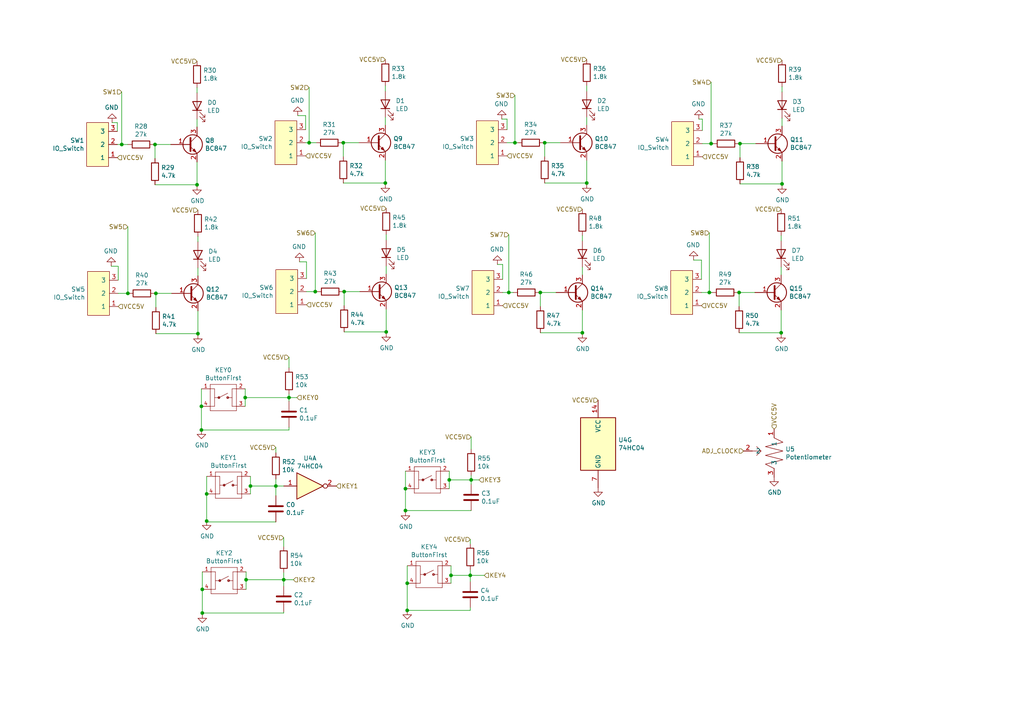
<source format=kicad_sch>
(kicad_sch (version 20211123) (generator eeschema)
  (paper "A4")
  (lib_symbols
    (symbol "74xx:74LS04"
      (property "Reference" "U" (at 0 1.27 0))
      (property "Value" "74LS04" (at 0 -1.27 0))
      (symbol "74LS04_1_0"
        (polyline (pts (xy -3.81 3.81) (xy -3.81 -3.81) (xy 3.81 0) (xy -3.81 3.81)) (stroke (width 0.254)) (fill (type background)))
        (pin input line (at -7.62 0 0) (length 3.81) (name "~") (number "1"))
        (pin output inverted (at 7.62 0 180) (length 3.81) (name "~") (number "2"))
      )
      (symbol "74LS04_2_0"
        (polyline (pts (xy -3.81 3.81) (xy -3.81 -3.81) (xy 3.81 0) (xy -3.81 3.81)) (stroke (width 0.254)) (fill (type background)))
        (pin input line (at -7.62 0 0) (length 3.81) (name "~") (number "3"))
        (pin output inverted (at 7.62 0 180) (length 3.81) (name "~") (number "4"))
      )
      (symbol "74LS04_3_0"
        (polyline (pts (xy -3.81 3.81) (xy -3.81 -3.81) (xy 3.81 0) (xy -3.81 3.81)) (stroke (width 0.254)) (fill (type background)))
        (pin input line (at -7.62 0 0) (length 3.81) (name "~") (number "5"))
        (pin output inverted (at 7.62 0 180) (length 3.81) (name "~") (number "6"))
      )
      (symbol "74LS04_4_0"
        (polyline (pts (xy -3.81 3.81) (xy -3.81 -3.81) (xy 3.81 0) (xy -3.81 3.81)) (stroke (width 0.254)) (fill (type background)))
        (pin output inverted (at 7.62 0 180) (length 3.81) (name "~") (number "8"))
        (pin input line (at -7.62 0 0) (length 3.81) (name "~") (number "9"))
      )
      (symbol "74LS04_5_0"
        (polyline (pts (xy -3.81 3.81) (xy -3.81 -3.81) (xy 3.81 0) (xy -3.81 3.81)) (stroke (width 0.254)) (fill (type background)))
        (pin output inverted (at 7.62 0 180) (length 3.81) (name "~") (number "10"))
        (pin input line (at -7.62 0 0) (length 3.81) (name "~") (number "11"))
      )
      (symbol "74LS04_6_0"
        (polyline (pts (xy -3.81 3.81) (xy -3.81 -3.81) (xy 3.81 0) (xy -3.81 3.81)) (stroke (width 0.254)) (fill (type background)))
        (pin output inverted (at 7.62 0 180) (length 3.81) (name "~") (number "12"))
        (pin input line (at -7.62 0 0) (length 3.81) (name "~") (number "13"))
      )
      (symbol "74LS04_7_0"
        (pin power_in line (at 0 12.7 270) (length 5.08) (name "VCC") (number "14"))
        (pin power_in line (at 0 -12.7 90) (length 5.08) (name "GND") (number "7"))
      )
      (symbol "74LS04_7_1"
        (rectangle (start -5.08 7.62) (end 5.08 -7.62) (stroke (width 0.254)) (fill (type background)))
      )
    )
    (symbol "Device:C" (pin_numbers hide) (pin_names (offset 0.254))
      (property "Reference" "C" (at 0.635 2.54 0))
      (property "Value" "C" (at 0.635 -2.54 0))
      (symbol "C_0_1"
        (polyline (pts (xy -2.032 -0.762) (xy 2.032 -0.762)) (stroke (width 0.508)))
        (polyline (pts (xy -2.032 0.762) (xy 2.032 0.762)) (stroke (width 0.508)))
      )
      (symbol "C_1_1"
        (pin passive line (at 0 3.81 270) (length 2.794) (name "~") (number "1"))
        (pin passive line (at 0 -3.81 90) (length 2.794) (name "~") (number "2"))
      )
    )
    (symbol "Device:LED" (pin_numbers hide) (pin_names (offset 1.016) hide)
      (property "Reference" "D" (at 0 2.54 0))
      (property "Value" "LED" (at 0 -2.54 0))
      (symbol "LED_0_1"
        (polyline (pts (xy -1.27 -1.27) (xy -1.27 1.27)) (stroke (width 0.254)))
        (polyline (pts (xy -1.27 0) (xy 1.27 0)))
        (polyline (pts (xy 1.27 -1.27) (xy 1.27 1.27) (xy -1.27 0) (xy 1.27 -1.27)) (stroke (width 0.254)))
        (polyline (pts (xy -3.048 -0.762) (xy -4.572 -2.286) (xy -3.81 -2.286) (xy -4.572 -2.286) (xy -4.572 -1.524)))
        (polyline (pts (xy -1.778 -0.762) (xy -3.302 -2.286) (xy -2.54 -2.286) (xy -3.302 -2.286) (xy -3.302 -1.524)))
      )
      (symbol "LED_1_1"
        (pin passive line (at -3.81 0 0) (length 2.54) (name "K") (number "1"))
        (pin passive line (at 3.81 0 180) (length 2.54) (name "A") (number "2"))
      )
    )
    (symbol "Device:R" (pin_numbers hide) (pin_names (offset 0))
      (property "Reference" "R" (at 2.032 0 90))
      (property "Value" "R" (at 0 0 90))
      (symbol "R_0_1"
        (rectangle (start -1.016 -2.54) (end 1.016 2.54) (stroke (width 0.254)))
      )
      (symbol "R_1_1"
        (pin passive line (at 0 3.81 270) (length 1.27) (name "~") (number "1"))
        (pin passive line (at 0 -3.81 90) (length 1.27) (name "~") (number "2"))
      )
    )
    (symbol "Transistor_BJT:BC847" (pin_names (offset 0) hide)
      (property "Reference" "Q" (at 5.08 1.905 0))
      (property "Value" "BC847" (at 5.08 0 0))
      (symbol "BC847_0_1"
        (polyline (pts (xy 0.635 0.635) (xy 2.54 2.54)))
        (polyline (pts (xy 0.635 -0.635) (xy 2.54 -2.54) (xy 2.54 -2.54)))
        (polyline (pts (xy 0.635 1.905) (xy 0.635 -1.905) (xy 0.635 -1.905)) (stroke (width 0.508)))
        (polyline (pts (xy 1.27 -1.778) (xy 1.778 -1.27) (xy 2.286 -2.286) (xy 1.27 -1.778) (xy 1.27 -1.778)) (fill (type outline)))
        (circle (center 1.27 0) (radius 2.8194) (stroke (width 0.254)))
      )
      (symbol "BC847_1_1"
        (pin input line (at -5.08 0 0) (length 5.715) (name "B") (number "1"))
        (pin passive line (at 2.54 -5.08 90) (length 2.54) (name "E") (number "2"))
        (pin passive line (at 2.54 5.08 270) (length 2.54) (name "C") (number "3"))
      )
    )
    (symbol "digitalSystemBoard:ButtonFirst" (pin_names (offset 1.016) hide)
      (property "Reference" "SW" (at -4.0894 4.0894 0))
      (property "Value" "ButtonFirst" (at -4.064 -5.334 0))
      (symbol "ButtonFirst_0_0"
        (circle (center -1.27 0) (radius 0.254) (stroke (width 0.2286)))
        (polyline (pts (xy -3.81 -3.81) (xy 3.81 -3.81)) (stroke (width 0.127)))
        (polyline (pts (xy -3.81 -2.54) (xy -3.81 -3.81)) (stroke (width 0.127)))
        (polyline (pts (xy -3.81 2.54) (xy -3.81 -2.54)) (stroke (width 0.127)))
        (polyline (pts (xy -3.81 2.54) (xy -2.54 2.54)) (stroke (width 0.127)))
        (polyline (pts (xy -3.81 3.81) (xy -3.81 2.54)) (stroke (width 0.127)))
        (polyline (pts (xy -3.81 3.81) (xy 3.81 3.81)) (stroke (width 0.127)))
        (polyline (pts (xy -2.54 -2.54) (xy -3.81 -2.54)) (stroke (width 0.127)))
        (polyline (pts (xy -2.54 0) (xy -1.27 0)) (stroke (width 0.127)))
        (polyline (pts (xy -2.54 2.54) (xy -2.54 -2.54)) (stroke (width 0.127)))
        (polyline (pts (xy -1.27 0) (xy 1.27 1.27)) (stroke (width 0.127)))
        (polyline (pts (xy 1.27 0) (xy 2.54 0)) (stroke (width 0.127)))
        (polyline (pts (xy 2.54 -2.54) (xy 3.81 -2.54)) (stroke (width 0.127)))
        (polyline (pts (xy 2.54 2.54) (xy 2.54 -2.54)) (stroke (width 0.127)))
        (polyline (pts (xy 3.81 -2.54) (xy 3.81 -3.81)) (stroke (width 0.127)))
        (polyline (pts (xy 3.81 2.54) (xy 2.54 2.54)) (stroke (width 0.127)))
        (polyline (pts (xy 3.81 2.54) (xy 3.81 -2.54)) (stroke (width 0.127)))
        (polyline (pts (xy 3.81 3.81) (xy 3.81 2.54)) (stroke (width 0.127)))
        (circle (center 1.27 0) (radius 0.254) (stroke (width 0.2286)))
        (pin passive line (at -6.35 2.54 0) (length 2.54) (name "~") (number "1"))
        (pin passive line (at 6.35 2.54 180) (length 2.54) (name "e~{}") (number "2"))
        (pin passive line (at 6.35 -2.54 180) (length 2.54) (name "~") (number "3"))
        (pin passive line (at -6.35 -2.54 0) (length 2.54) (name "~") (number "4"))
      )
    )
    (symbol "digitalSystemBoard:IO_Switch" (pin_names (offset 1.016))
      (property "Reference" "U" (at 7.62 -3.81 0))
      (property "Value" "IO_Switch" (at 0 6.35 0))
      (symbol "IO_Switch_0_1"
        (rectangle (start -6.35 3.81) (end 6.35 -2.54) (fill (type background)))
      )
      (symbol "IO_Switch_1_1"
        (pin passive line (at -3.81 -5.08 90) (length 2.54) (name "1") (number "1"))
        (pin passive line (at 0 -5.08 90) (length 2.54) (name "2") (number "2"))
        (pin passive line (at 3.81 -5.08 90) (length 2.54) (name "3") (number "3"))
      )
    )
    (symbol "digitalSystemBoard:Potentiometer" (pin_names (offset 1.016))
      (property "Reference" "U" (at 7.62 -6.35 0))
      (property "Value" "Potentiometer" (at 0 6.35 0))
      (symbol "Potentiometer_0_1"
        (polyline (pts (xy -1.27 -3.81) (xy 0 -5.08)))
        (polyline (pts (xy -1.27 -6.35) (xy -1.27 -3.81) (xy -2.54 -5.08) (xy -1.27 -3.81)))
        (polyline (pts (xy -5.08 0) (xy -3.81 2.54) (xy -2.54 -2.54) (xy -1.27 2.54) (xy 0 -2.54) (xy 1.27 2.54) (xy 2.54 -2.54) (xy 3.81 0)))
      )
      (symbol "Potentiometer_1_1"
        (pin passive line (at -7.62 0 0) (length 2.54) (name "1") (number "1"))
        (pin passive line (at -1.27 -8.89 90) (length 2.54) (name "2") (number "2"))
        (pin passive line (at 6.35 0 180) (length 2.54) (name "3") (number "3"))
      )
    )
    (symbol "power:GND" (power) (pin_names (offset 0))
      (property "Value" "GND" (at 0 -3.81 0))
      (symbol "GND_0_1"
        (polyline (pts (xy 0 0) (xy 0 -1.27) (xy 1.27 -1.27) (xy 0 -2.54) (xy -1.27 -1.27) (xy 0 -1.27)))
      )
      (symbol "GND_1_1"
        (pin power_in line (at 0 0 270) (length 0) hide (name "GND") (number "1"))
      )
    )
  )
  (junction (at 80.01 140.97))
  (junction (at 91.44 84.582))
  (junction (at 147.574 84.836))
  (junction (at 118.11 177.038))
  (junction (at 206.248 41.656))
  (junction (at 57.15 53.594))
  (junction (at 99.568 41.402))
  (junction (at 130.302 139.192))
  (junction (at 118.11 169.164))
  (junction (at 35.306 41.91))
  (junction (at 83.82 115.316))
  (junction (at 89.662 41.402))
  (junction (at 168.91 96.52))
  (junction (at 45.212 85.09))
  (junction (at 205.74 84.836))
  (junction (at 156.718 84.836))
  (junction (at 157.988 41.402))
  (junction (at 44.958 41.91))
  (junction (at 170.18 53.086))
  (junction (at 58.674 170.942))
  (junction (at 58.674 177.8))
  (junction (at 99.822 84.582))
  (junction (at 117.602 148.082))
  (junction (at 112.014 96.266))
  (junction (at 214.376 84.836))
  (junction (at 226.822 53.34))
  (junction (at 58.42 124.714))
  (junction (at 149.352 41.402))
  (junction (at 57.404 96.774))
  (junction (at 71.12 115.316))
  (junction (at 130.81 166.878))
  (junction (at 226.568 96.52))
  (junction (at 37.084 85.09))
  (junction (at 82.296 168.148))
  (junction (at 72.644 140.97))
  (junction (at 111.76 53.086))
  (junction (at 58.42 117.856))
  (junction (at 71.374 168.148))
  (junction (at 59.944 143.256))
  (junction (at 136.398 166.878))
  (junction (at 136.652 139.192))
  (junction (at 117.602 141.732))
  (junction (at 59.944 151.13))
  (junction (at 214.63 41.656))
  (wire (pts (xy 89.662 25.4) (xy 89.662 41.402)))
  (wire (pts (xy 226.568 96.52) (xy 226.568 96.774)))
  (wire (pts (xy 136.652 139.192) (xy 130.302 139.192)))
  (wire (pts (xy 136.398 166.878) (xy 136.398 168.656)))
  (wire (pts (xy 140.462 166.878) (xy 136.398 166.878)))
  (wire (pts (xy 35.306 26.67) (xy 35.306 41.91)))
  (wire (pts (xy 138.938 139.192) (xy 136.652 139.192)))
  (wire (pts (xy 214.376 41.656) (xy 214.63 41.656)))
  (wire (pts (xy 44.958 41.91) (xy 49.53 41.91)))
  (wire (pts (xy 203.454 75.438) (xy 201.168 75.438)))
  (wire (pts (xy 99.568 45.466) (xy 99.568 41.402)))
  (wire (pts (xy 203.708 41.656) (xy 206.248 41.656)))
  (wire (pts (xy 130.81 166.878) (xy 130.81 164.084)))
  (wire (pts (xy 99.568 53.086) (xy 111.76 53.086)))
  (wire (pts (xy 118.11 169.164) (xy 118.11 177.038)))
  (wire (pts (xy 226.822 26.67) (xy 226.822 25.146)))
  (wire (pts (xy 214.376 96.52) (xy 226.568 96.52)))
  (wire (pts (xy 226.822 36.576) (xy 226.822 34.29)))
  (wire (pts (xy 91.44 84.582) (xy 91.948 84.582)))
  (wire (pts (xy 203.454 84.836) (xy 205.74 84.836)))
  (wire (pts (xy 34.29 81.28) (xy 34.29 77.216)))
  (wire (pts (xy 34.29 85.09) (xy 37.084 85.09)))
  (wire (pts (xy 147.574 84.836) (xy 148.844 84.836)))
  (wire (pts (xy 111.76 53.086) (xy 111.76 53.34)))
  (wire (pts (xy 58.42 112.776) (xy 58.42 117.856)))
  (wire (pts (xy 82.296 177.546) (xy 82.296 177.8)))
  (wire (pts (xy 226.822 53.34) (xy 226.822 53.594)))
  (wire (pts (xy 88.9 80.772) (xy 88.9 75.946)))
  (wire (pts (xy 111.76 36.322) (xy 111.76 34.036)))
  (wire (pts (xy 44.958 45.974) (xy 44.958 41.91)))
  (wire (pts (xy 170.18 26.416) (xy 170.18 24.892)))
  (wire (pts (xy 88.646 41.402) (xy 89.662 41.402)))
  (wire (pts (xy 86.106 115.316) (xy 83.82 115.316)))
  (wire (pts (xy 147.066 41.402) (xy 149.352 41.402)))
  (wire (pts (xy 59.944 151.384) (xy 59.944 151.13)))
  (wire (pts (xy 130.81 169.164) (xy 130.81 166.878)))
  (wire (pts (xy 145.796 81.026) (xy 145.796 76.708)))
  (wire (pts (xy 88.9 75.946) (xy 86.868 75.946)))
  (wire (pts (xy 71.374 165.862) (xy 71.374 168.148)))
  (wire (pts (xy 205.74 84.836) (xy 206.502 84.836)))
  (wire (pts (xy 130.302 141.732) (xy 130.302 139.192)))
  (wire (pts (xy 85.09 168.148) (xy 82.296 168.148)))
  (wire (pts (xy 112.014 79.502) (xy 112.014 77.216)))
  (wire (pts (xy 83.82 124.714) (xy 83.82 123.952)))
  (wire (pts (xy 157.988 53.086) (xy 170.18 53.086)))
  (wire (pts (xy 168.91 79.756) (xy 168.91 77.47)))
  (wire (pts (xy 83.82 115.316) (xy 83.82 116.332)))
  (wire (pts (xy 71.12 112.776) (xy 71.12 115.316)))
  (wire (pts (xy 58.674 177.8) (xy 58.674 178.054)))
  (wire (pts (xy 156.718 84.836) (xy 161.29 84.836)))
  (wire (pts (xy 226.568 69.85) (xy 226.568 68.326)))
  (wire (pts (xy 58.674 165.862) (xy 58.674 170.942)))
  (wire (pts (xy 72.644 140.97) (xy 72.644 138.176)))
  (wire (pts (xy 147.066 34.544) (xy 145.542 34.544)))
  (wire (pts (xy 136.398 166.878) (xy 130.81 166.878)))
  (wire (pts (xy 59.944 151.13) (xy 59.944 143.256)))
  (wire (pts (xy 58.42 124.714) (xy 83.82 124.714)))
  (wire (pts (xy 112.014 96.266) (xy 112.014 96.52)))
  (wire (pts (xy 214.63 41.656) (xy 219.202 41.656)))
  (wire (pts (xy 32.512 35.56) (xy 34.036 35.56)))
  (wire (pts (xy 89.662 41.402) (xy 91.694 41.402)))
  (wire (pts (xy 37.084 65.786) (xy 37.084 85.09)))
  (wire (pts (xy 157.734 41.402) (xy 157.988 41.402)))
  (wire (pts (xy 214.63 45.72) (xy 214.63 41.656)))
  (wire (pts (xy 35.306 41.91) (xy 37.084 41.91)))
  (wire (pts (xy 156.718 88.9) (xy 156.718 84.836)))
  (wire (pts (xy 156.718 96.52) (xy 168.91 96.52)))
  (wire (pts (xy 82.296 140.97) (xy 80.01 140.97)))
  (wire (pts (xy 99.822 88.646) (xy 99.822 84.582)))
  (wire (pts (xy 83.82 115.316) (xy 71.12 115.316)))
  (wire (pts (xy 80.01 151.384) (xy 59.944 151.384)))
  (wire (pts (xy 72.644 143.256) (xy 72.644 140.97)))
  (wire (pts (xy 205.74 67.564) (xy 205.74 84.836)))
  (wire (pts (xy 214.122 84.836) (xy 214.376 84.836)))
  (wire (pts (xy 80.01 140.97) (xy 80.01 143.764)))
  (wire (pts (xy 82.296 168.148) (xy 82.296 169.926)))
  (wire (pts (xy 111.76 26.416) (xy 111.76 24.892)))
  (wire (pts (xy 136.398 176.276) (xy 136.398 177.038)))
  (wire (pts (xy 136.398 165.354) (xy 136.398 166.878)))
  (wire (pts (xy 83.82 106.68) (xy 83.82 103.632)))
  (wire (pts (xy 168.91 69.85) (xy 168.91 68.326)))
  (wire (pts (xy 136.652 130.302) (xy 136.652 126.746)))
  (wire (pts (xy 57.404 96.774) (xy 57.404 97.028)))
  (wire (pts (xy 58.42 124.714) (xy 58.42 117.856)))
  (wire (pts (xy 130.302 139.192) (xy 130.302 136.652)))
  (wire (pts (xy 82.296 158.496) (xy 82.296 155.956)))
  (wire (pts (xy 91.44 67.564) (xy 91.44 84.582)))
  (wire (pts (xy 226.568 79.756) (xy 226.568 77.47)))
  (wire (pts (xy 170.18 36.322) (xy 170.18 34.036)))
  (wire (pts (xy 82.296 166.116) (xy 82.296 168.148)))
  (wire (pts (xy 44.958 85.09) (xy 45.212 85.09)))
  (wire (pts (xy 168.91 96.52) (xy 168.91 96.774)))
  (wire (pts (xy 57.15 53.594) (xy 57.15 53.848)))
  (wire (pts (xy 58.674 170.942) (xy 58.674 177.8)))
  (wire (pts (xy 170.18 53.086) (xy 170.18 53.34)))
  (wire (pts (xy 57.404 90.17) (xy 57.404 96.774)))
  (wire (pts (xy 99.822 84.582) (xy 104.394 84.582)))
  (wire (pts (xy 111.76 46.482) (xy 111.76 53.086)))
  (wire (pts (xy 206.248 23.876) (xy 206.248 41.656)))
  (wire (pts (xy 37.084 85.09) (xy 37.338 85.09)))
  (wire (pts (xy 117.602 136.652) (xy 117.602 141.732)))
  (wire (pts (xy 44.704 41.91) (xy 44.958 41.91)))
  (wire (pts (xy 226.822 46.736) (xy 226.822 53.34)))
  (wire (pts (xy 203.454 81.026) (xy 203.454 75.438)))
  (wire (pts (xy 88.9 84.582) (xy 91.44 84.582)))
  (wire (pts (xy 136.398 157.734) (xy 136.398 156.464)))
  (wire (pts (xy 117.602 148.082) (xy 117.602 141.732)))
  (wire (pts (xy 99.314 41.402) (xy 99.568 41.402)))
  (wire (pts (xy 82.296 177.8) (xy 58.674 177.8)))
  (wire (pts (xy 82.296 168.148) (xy 71.374 168.148)))
  (wire (pts (xy 214.376 88.9) (xy 214.376 84.836)))
  (wire (pts (xy 149.352 27.686) (xy 149.352 41.402)))
  (wire (pts (xy 80.01 140.97) (xy 72.644 140.97)))
  (wire (pts (xy 136.398 177.038) (xy 118.11 177.038)))
  (wire (pts (xy 34.036 41.91) (xy 35.306 41.91)))
  (wire (pts (xy 45.212 89.154) (xy 45.212 85.09)))
  (wire (pts (xy 112.014 69.596) (xy 112.014 68.072)))
  (wire (pts (xy 157.988 41.402) (xy 162.56 41.402)))
  (wire (pts (xy 203.708 37.846) (xy 203.708 34.544)))
  (wire (pts (xy 136.652 137.922) (xy 136.652 139.192)))
  (wire (pts (xy 145.796 76.708) (xy 144.272 76.708)))
  (wire (pts (xy 147.066 37.592) (xy 147.066 34.544)))
  (wire (pts (xy 83.82 114.3) (xy 83.82 115.316)))
  (wire (pts (xy 203.708 34.544) (xy 202.692 34.544)))
  (wire (pts (xy 45.212 85.09) (xy 49.784 85.09)))
  (wire (pts (xy 214.376 84.836) (xy 218.948 84.836)))
  (wire (pts (xy 168.91 89.916) (xy 168.91 96.52)))
  (wire (pts (xy 57.15 36.83) (xy 57.15 34.544)))
  (wire (pts (xy 136.652 139.192) (xy 136.652 140.462)))
  (wire (pts (xy 80.01 138.938) (xy 80.01 140.97)))
  (wire (pts (xy 117.602 148.336) (xy 117.602 148.082)))
  (wire (pts (xy 226.568 89.916) (xy 226.568 96.52)))
  (wire (pts (xy 59.944 143.256) (xy 59.944 138.176)))
  (wire (pts (xy 99.568 41.402) (xy 104.14 41.402)))
  (wire (pts (xy 99.568 84.582) (xy 99.822 84.582)))
  (wire (pts (xy 136.652 148.082) (xy 117.602 148.082)))
  (wire (pts (xy 86.36 33.528) (xy 88.646 33.528)))
  (wire (pts (xy 157.988 45.466) (xy 157.988 41.402)))
  (wire (pts (xy 149.352 41.402) (xy 150.114 41.402)))
  (wire (pts (xy 118.11 169.164) (xy 118.11 164.084)))
  (wire (pts (xy 57.404 80.01) (xy 57.404 77.724)))
  (wire (pts (xy 147.574 68.072) (xy 147.574 84.836)))
  (wire (pts (xy 57.15 46.99) (xy 57.15 53.594)))
  (wire (pts (xy 214.63 53.34) (xy 226.822 53.34)))
  (wire (pts (xy 145.796 84.836) (xy 147.574 84.836)))
  (wire (pts (xy 206.248 41.656) (xy 206.756 41.656)))
  (wire (pts (xy 57.15 26.924) (xy 57.15 25.4)))
  (wire (pts (xy 170.18 46.482) (xy 170.18 53.086)))
  (wire (pts (xy 34.036 35.56) (xy 34.036 38.1)))
  (wire (pts (xy 80.01 131.318) (xy 80.01 129.794)))
  (wire (pts (xy 88.646 33.528) (xy 88.646 37.592)))
  (wire (pts (xy 112.014 89.662) (xy 112.014 96.266)))
  (wire (pts (xy 71.12 115.316) (xy 71.12 117.856)))
  (wire (pts (xy 44.958 53.594) (xy 57.15 53.594)))
  (wire (pts (xy 57.404 70.104) (xy 57.404 68.58)))
  (wire (pts (xy 71.374 168.148) (xy 71.374 170.942)))
  (wire (pts (xy 99.822 96.266) (xy 112.014 96.266)))
  (wire (pts (xy 156.464 84.836) (xy 156.718 84.836)))
  (wire (pts (xy 34.29 77.216) (xy 32.258 77.216)))
  (wire (pts (xy 45.212 96.774) (xy 57.404 96.774)))
  (hierarchical_label "SW4" (shape input) (at 206.248 23.876 180))
  (hierarchical_label "SW8" (shape input) (at 205.74 67.564 180))
  (hierarchical_label "KEY3" (shape input) (at 138.938 139.192 0))
  (hierarchical_label "VCC5V" (shape input) (at 82.296 155.956 180))
  (hierarchical_label "VCC5V" (shape input) (at 88.9 88.392 0))
  (hierarchical_label "VCC5V" (shape input) (at 224.536 124.46 90))
  (hierarchical_label "SW7" (shape input) (at 147.574 68.072 180))
  (hierarchical_label "KEY1" (shape input) (at 97.536 140.97 0))
  (hierarchical_label "VCC5V" (shape input) (at 34.29 88.9 0))
  (hierarchical_label "VCC5V" (shape input) (at 168.91 60.706 180))
  (hierarchical_label "VCC5V" (shape input) (at 57.15 17.78 180))
  (hierarchical_label "SW1" (shape input) (at 35.306 26.67 180))
  (hierarchical_label "VCC5V" (shape input) (at 226.568 60.706 180))
  (hierarchical_label "VCC5V" (shape input) (at 57.404 60.96 180))
  (hierarchical_label "SW2" (shape input) (at 89.662 25.4 180))
  (hierarchical_label "VCC5V" (shape input) (at 136.398 156.464 180))
  (hierarchical_label "VCC5V" (shape input) (at 203.454 88.646 0))
  (hierarchical_label "VCC5V" (shape input) (at 145.796 88.646 0))
  (hierarchical_label "VCC5V" (shape input) (at 136.652 126.746 180))
  (hierarchical_label "VCC5V" (shape input) (at 83.82 103.632 180))
  (hierarchical_label "VCC5V" (shape input) (at 226.822 17.526 180))
  (hierarchical_label "SW5" (shape input) (at 37.084 65.786 180))
  (hierarchical_label "VCC5V" (shape input) (at 111.76 17.272 180))
  (hierarchical_label "SW3" (shape input) (at 149.352 27.686 180))
  (hierarchical_label "KEY4" (shape input) (at 140.462 166.878 0))
  (hierarchical_label "VCC5V" (shape input) (at 88.646 45.212 0))
  (hierarchical_label "VCC5V" (shape input) (at 203.708 45.466 0))
  (hierarchical_label "KEY0" (shape input) (at 86.106 115.316 0))
  (hierarchical_label "VCC5V" (shape input) (at 80.01 129.794 180))
  (hierarchical_label "VCC5V" (shape input) (at 170.18 17.272 180))
  (hierarchical_label "VCC5V" (shape input) (at 147.066 45.212 0))
  (hierarchical_label "VCC5V" (shape input) (at 173.482 116.078 180))
  (hierarchical_label "ADJ_CLOCK" (shape input) (at 215.646 130.81 180))
  (hierarchical_label "VCC5V" (shape input) (at 34.036 45.72 0))
  (hierarchical_label "SW6" (shape input) (at 91.44 67.564 180))
  (hierarchical_label "VCC5V" (shape input) (at 112.014 60.452 180))
  (hierarchical_label "KEY2" (shape input) (at 85.09 168.148 0))
  (symbol (lib_id "digitalSystemBoard:IO_Switch") (at 28.956 41.91 90) (unit 1)
    (property "Reference" "SW1" (at 24.4602 40.7416 90) (effects (justify left)))
    (property "Value" "IO_Switch" (at 24.4602 43.053 90) (effects (justify left)))
    (property "Footprint" "digitalSystemBoard:SS-12F44G5" (effects hide))
  )
  (symbol (lib_id "Device:R") (at 40.894 41.91 270) (unit 1)
    (property "Reference" "R28" (at 40.894 36.6522 90))
    (property "Value" "27k" (at 40.894 38.9636 90))
    (property "Footprint" "Resistor_SMD:R_0603_1608Metric" (effects hide))
    (property "LCSC" "C25589" (effects hide))
  )
  (symbol (lib_id "Transistor_BJT:BC847") (at 54.61 41.91 0) (unit 1)
    (property "Reference" "Q8" (at 59.4614 40.7416 0) (effects (justify left)))
    (property "Value" "BC847" (at 59.4614 43.053 0) (effects (justify left)))
    (property "Footprint" "digitalSystemBoard:SO65P210X100-3N" (effects hide))
    (property "Datasheet" "http://www.infineon.com/dgdl/Infineon-BC847SERIES_BC848SERIES_BC849SERIES_BC850SERIES-DS-v01_01-en.pdf?fileId=db3a304314dca389011541d4630a1657" (effects hide))
    (property "LCSC" "C8659" (effects hide))
  )
  (symbol (lib_id "Device:LED") (at 57.15 30.734 90) (unit 1)
    (property "Reference" "D0" (at 60.1472 29.7434 90) (effects (justify right)))
    (property "Value" "LED" (at 60.1472 32.0548 90) (effects (justify right)))
    (property "Footprint" "LED_SMD:LED_0603_1608Metric" (effects hide))
    (property "LCSC" "C72043" (effects hide))
  )
  (symbol (lib_id "Device:R") (at 57.15 21.59 0) (unit 1)
    (property "Reference" "R30" (at 58.928 20.4216 0) (effects (justify left)))
    (property "Value" "1.8k" (at 58.928 22.733 0) (effects (justify left)))
    (property "Footprint" "Resistor_SMD:R_0603_1608Metric" (effects hide))
    (property "LCSC" "C103360" (effects hide))
  )
  (symbol (lib_id "power:GND") (at 57.15 53.848 0) (unit 1)
    (property "Reference" "#PWR0142" (effects hide))
    (property "Value" "GND" (at 57.277 58.2422 0))
  )
  (symbol (lib_id "Device:C") (at 83.82 120.142 0) (unit 1)
    (property "Reference" "C1" (at 86.741 118.9736 0) (effects (justify left)))
    (property "Value" "0.1uF" (at 86.741 121.285 0) (effects (justify left)))
    (property "Footprint" "Capacitor_SMD:C_0603_1608Metric" (effects hide))
    (property "LCSC" "C14663" (effects hide))
  )
  (symbol (lib_id "Device:C") (at 80.01 147.574 0) (unit 1)
    (property "Reference" "C0" (at 82.931 146.4056 0) (effects (justify left)))
    (property "Value" "0.1uF" (at 82.931 148.717 0) (effects (justify left)))
    (property "Footprint" "Capacitor_SMD:C_0603_1608Metric" (effects hide))
    (property "LCSC" "C14663" (effects hide))
  )
  (symbol (lib_id "digitalSystemBoard:ButtonFirst") (at 66.294 140.716 0) (unit 1)
    (property "Reference" "KEY1" (at 66.294 132.715 0))
    (property "Value" "ButtonFirst" (at 66.294 135.0264 0))
    (property "Footprint" "digitalSystemBoard:Button" (effects hide))
    (property "Datasheet" "4-1437565-9" (effects hide))
    (property "Field4" "50 mA" (effects hide))
    (property "Field5" "Single Pole - Single Throw" (effects hide))
    (property "Field6" "Compliant" (effects hide))
  )
  (symbol (lib_id "Device:R") (at 80.01 135.128 180) (unit 1)
    (property "Reference" "R52" (at 81.788 133.9596 0) (effects (justify right)))
    (property "Value" "10k" (at 81.788 136.271 0) (effects (justify right)))
    (property "Footprint" "Resistor_SMD:R_0603_1608Metric" (effects hide))
    (property "LCSC" "C98220" (effects hide))
  )
  (symbol (lib_id "power:GND") (at 59.944 151.13 0) (unit 1)
    (property "Reference" "#PWR0153" (effects hide))
    (property "Value" "GND" (at 60.071 155.5242 0))
  )
  (symbol (lib_id "74xx:74LS04") (at 89.916 140.97 0) (unit 1)
    (property "Reference" "U4" (at 89.916 132.9182 0))
    (property "Value" "74HC04" (at 89.916 135.2296 0))
    (property "Footprint" "Package_SO:SOIC-14_3.9x8.7mm_P1.27mm" (effects hide))
    (property "Datasheet" "http://www.ti.com/lit/gpn/sn74LS04" (effects hide))
    (property "LCSC" "C5590" (effects hide))
  )
  (symbol (lib_id "digitalSystemBoard:ButtonFirst") (at 65.024 168.402 0) (unit 1)
    (property "Reference" "KEY2" (at 65.024 160.401 0))
    (property "Value" "ButtonFirst" (at 65.024 162.7124 0))
    (property "Footprint" "digitalSystemBoard:Button" (effects hide))
    (property "Datasheet" "4-1437565-9" (effects hide))
    (property "Field4" "50 mA" (effects hide))
    (property "Field5" "Single Pole - Single Throw" (effects hide))
    (property "Field6" "Compliant" (effects hide))
  )
  (symbol (lib_id "Device:R") (at 82.296 162.306 180) (unit 1)
    (property "Reference" "R54" (at 84.074 161.1376 0) (effects (justify right)))
    (property "Value" "10k" (at 84.074 163.449 0) (effects (justify right)))
    (property "Footprint" "Resistor_SMD:R_0603_1608Metric" (effects hide))
    (property "LCSC" "C98220" (effects hide))
  )
  (symbol (lib_id "Device:C") (at 82.296 173.736 0) (unit 1)
    (property "Reference" "C2" (at 85.217 172.5676 0) (effects (justify left)))
    (property "Value" "0.1uF" (at 85.217 174.879 0) (effects (justify left)))
    (property "Footprint" "Capacitor_SMD:C_0603_1608Metric" (effects hide))
    (property "LCSC" "C14663" (effects hide))
  )
  (symbol (lib_id "Device:C") (at 136.652 144.272 180) (unit 1)
    (property "Reference" "C3" (at 139.573 143.1036 0) (effects (justify right)))
    (property "Value" "0.1uF" (at 139.573 145.415 0) (effects (justify right)))
    (property "Footprint" "Capacitor_SMD:C_0603_1608Metric" (effects hide))
    (property "LCSC" "C14663" (effects hide))
  )
  (symbol (lib_id "Device:C") (at 136.398 172.466 0) (unit 1)
    (property "Reference" "C4" (at 139.319 171.2976 0) (effects (justify left)))
    (property "Value" "0.1uF" (at 139.319 173.609 0) (effects (justify left)))
    (property "Footprint" "Capacitor_SMD:C_0603_1608Metric" (effects hide))
    (property "LCSC" "C14663" (effects hide))
  )
  (symbol (lib_id "Device:R") (at 136.398 161.544 180) (unit 1)
    (property "Reference" "R56" (at 138.176 160.3756 0) (effects (justify right)))
    (property "Value" "10k" (at 138.176 162.687 0) (effects (justify right)))
    (property "Footprint" "Resistor_SMD:R_0603_1608Metric" (effects hide))
    (property "LCSC" "C98220" (effects hide))
  )
  (symbol (lib_id "digitalSystemBoard:ButtonFirst") (at 124.46 166.624 0) (unit 1)
    (property "Reference" "KEY4" (at 124.46 158.623 0))
    (property "Value" "ButtonFirst" (at 124.46 160.9344 0))
    (property "Footprint" "digitalSystemBoard:Button" (effects hide))
    (property "Datasheet" "4-1437565-9" (effects hide))
    (property "Field4" "50 mA" (effects hide))
    (property "Field5" "Single Pole - Single Throw" (effects hide))
    (property "Field6" "Compliant" (effects hide))
  )
  (symbol (lib_id "Device:R") (at 136.652 134.112 180) (unit 1)
    (property "Reference" "R55" (at 138.43 132.9436 0) (effects (justify right)))
    (property "Value" "10k" (at 138.43 135.255 0) (effects (justify right)))
    (property "Footprint" "Resistor_SMD:R_0603_1608Metric" (effects hide))
    (property "LCSC" "C98220" (effects hide))
  )
  (symbol (lib_id "digitalSystemBoard:ButtonFirst") (at 123.952 139.192 0) (unit 1)
    (property "Reference" "KEY3" (at 123.952 131.191 0))
    (property "Value" "ButtonFirst" (at 123.952 133.5024 0))
    (property "Footprint" "digitalSystemBoard:Button" (effects hide))
    (property "Datasheet" "4-1437565-9" (effects hide))
    (property "Field4" "50 mA" (effects hide))
    (property "Field5" "Single Pole - Single Throw" (effects hide))
    (property "Field6" "Compliant" (effects hide))
  )
  (symbol (lib_id "power:GND") (at 58.42 124.714 0) (unit 1)
    (property "Reference" "#PWR0150" (effects hide))
    (property "Value" "GND" (at 58.547 129.1082 0))
  )
  (symbol (lib_id "Device:R") (at 83.82 110.49 180) (unit 1)
    (property "Reference" "R53" (at 85.598 109.3216 0) (effects (justify right)))
    (property "Value" "10k" (at 85.598 111.633 0) (effects (justify right)))
    (property "Footprint" "Resistor_SMD:R_0603_1608Metric" (effects hide))
    (property "LCSC" "C98220" (effects hide))
  )
  (symbol (lib_id "digitalSystemBoard:ButtonFirst") (at 64.77 115.316 0) (unit 1)
    (property "Reference" "KEY0" (at 64.77 107.315 0))
    (property "Value" "ButtonFirst" (at 64.77 109.6264 0))
    (property "Footprint" "digitalSystemBoard:Button" (effects hide))
    (property "Datasheet" "4-1437565-9" (effects hide))
    (property "Field4" "50 mA" (effects hide))
    (property "Field5" "Single Pole - Single Throw" (effects hide))
    (property "Field6" "Compliant" (effects hide))
  )
  (symbol (lib_id "power:GND") (at 58.674 178.054 0) (unit 1)
    (property "Reference" "#PWR0154" (effects hide))
    (property "Value" "GND" (at 58.801 182.4482 0))
  )
  (symbol (lib_id "power:GND") (at 117.602 148.336 0) (unit 1)
    (property "Reference" "#PWR0155" (effects hide))
    (property "Value" "GND" (at 117.729 152.7302 0))
  )
  (symbol (lib_id "power:GND") (at 118.11 177.038 0) (unit 1)
    (property "Reference" "#PWR0156" (effects hide))
    (property "Value" "GND" (at 118.237 181.4322 0))
  )
  (symbol (lib_id "74xx:74LS04") (at 173.482 128.778 0) (unit 7)
    (property "Reference" "U4" (at 179.324 127.6096 0) (effects (justify left)))
    (property "Value" "74HC04" (at 179.324 129.921 0) (effects (justify left)))
    (property "Footprint" "Package_SO:SOIC-14_3.9x8.7mm_P1.27mm" (effects hide))
    (property "Datasheet" "http://www.ti.com/lit/gpn/sn74LS04" (effects hide))
    (property "LCSC" "C5590" (effects hide))
  )
  (symbol (lib_id "power:GND") (at 173.482 141.478 0) (unit 1)
    (property "Reference" "#PWR0152" (effects hide))
    (property "Value" "GND" (at 173.609 145.8722 0))
  )
  (symbol (lib_id "digitalSystemBoard:Potentiometer") (at 224.536 132.08 270) (unit 1)
    (property "Reference" "U5" (at 227.7872 130.2766 90) (effects (justify left)))
    (property "Value" "Potentiometer" (at 227.7872 132.588 90) (effects (justify left)))
    (property "Footprint" "digitalSystemBoard:RV09S" (effects hide))
  )
  (symbol (lib_id "power:GND") (at 224.536 138.43 0) (unit 1)
    (property "Reference" "#PWR0151" (effects hide))
    (property "Value" "GND" (at 224.663 142.8242 0))
  )
  (symbol (lib_id "power:GND") (at 32.512 35.56 180) (unit 1)
    (property "Reference" "#PWR0158" (effects hide))
    (property "Value" "GND" (at 32.385 31.1658 0))
  )
  (symbol (lib_id "Device:R") (at 44.958 49.784 180) (unit 1)
    (property "Reference" "R29" (at 46.736 48.6156 0) (effects (justify right)))
    (property "Value" "4.7k" (at 46.736 50.927 0) (effects (justify right)))
    (property "Footprint" "Resistor_SMD:R_0603_1608Metric" (effects hide))
    (property "LCSC" "C23162" (effects hide))
  )
  (symbol (lib_id "power:GND") (at 86.36 33.528 180) (unit 1)
    (property "Reference" "#PWR0159" (effects hide))
    (property "Value" "GND" (at 86.233 29.1338 0))
  )
  (symbol (lib_id "power:GND") (at 145.542 34.544 180) (unit 1)
    (property "Reference" "#PWR0160" (effects hide))
    (property "Value" "GND" (at 145.415 30.1498 0))
  )
  (symbol (lib_id "power:GND") (at 202.692 34.544 180) (unit 1)
    (property "Reference" "#PWR0161" (effects hide))
    (property "Value" "GND" (at 202.565 30.1498 0))
  )
  (symbol (lib_id "Device:R") (at 95.504 41.402 270) (unit 1)
    (property "Reference" "R31" (at 95.504 36.1442 90))
    (property "Value" "27k" (at 95.504 38.4556 90))
    (property "Footprint" "Resistor_SMD:R_0603_1608Metric" (effects hide))
    (property "LCSC" "C25589" (effects hide))
  )
  (symbol (lib_id "Transistor_BJT:BC847") (at 109.22 41.402 0) (unit 1)
    (property "Reference" "Q9" (at 114.0714 40.2336 0) (effects (justify left)))
    (property "Value" "BC847" (at 114.0714 42.545 0) (effects (justify left)))
    (property "Footprint" "digitalSystemBoard:SO65P210X100-3N" (effects hide))
    (property "Datasheet" "http://www.infineon.com/dgdl/Infineon-BC847SERIES_BC848SERIES_BC849SERIES_BC850SERIES-DS-v01_01-en.pdf?fileId=db3a304314dca389011541d4630a1657" (effects hide))
    (property "LCSC" "C8659" (effects hide))
  )
  (symbol (lib_id "Device:LED") (at 111.76 30.226 90) (unit 1)
    (property "Reference" "D1" (at 114.7572 29.2354 90) (effects (justify right)))
    (property "Value" "LED" (at 114.7572 31.5468 90) (effects (justify right)))
    (property "Footprint" "LED_SMD:LED_0603_1608Metric" (effects hide))
    (property "LCSC" "C72043" (effects hide))
  )
  (symbol (lib_id "Device:R") (at 111.76 21.082 0) (unit 1)
    (property "Reference" "R33" (at 113.538 19.9136 0) (effects (justify left)))
    (property "Value" "1.8k" (at 113.538 22.225 0) (effects (justify left)))
    (property "Footprint" "Resistor_SMD:R_0603_1608Metric" (effects hide))
    (property "LCSC" "C103360" (effects hide))
  )
  (symbol (lib_id "power:GND") (at 111.76 53.34 0) (unit 1)
    (property "Reference" "#PWR0136" (effects hide))
    (property "Value" "GND" (at 111.887 57.7342 0))
  )
  (symbol (lib_id "digitalSystemBoard:IO_Switch") (at 83.566 41.402 90) (unit 1)
    (property "Reference" "SW2" (at 79.0702 40.2336 90) (effects (justify left)))
    (property "Value" "IO_Switch" (at 79.0702 42.545 90) (effects (justify left)))
    (property "Footprint" "digitalSystemBoard:SS-12F44G5" (effects hide))
  )
  (symbol (lib_id "Device:R") (at 99.568 49.276 180) (unit 1)
    (property "Reference" "R32" (at 101.346 48.1076 0) (effects (justify right)))
    (property "Value" "4.7k" (at 101.346 50.419 0) (effects (justify right)))
    (property "Footprint" "Resistor_SMD:R_0603_1608Metric" (effects hide))
    (property "LCSC" "C23162" (effects hide))
  )
  (symbol (lib_id "Device:R") (at 153.924 41.402 270) (unit 1)
    (property "Reference" "R34" (at 153.924 36.1442 90))
    (property "Value" "27k" (at 153.924 38.4556 90))
    (property "Footprint" "Resistor_SMD:R_0603_1608Metric" (effects hide))
    (property "LCSC" "C25589" (effects hide))
  )
  (symbol (lib_id "Transistor_BJT:BC847") (at 167.64 41.402 0) (unit 1)
    (property "Reference" "Q10" (at 172.4914 40.2336 0) (effects (justify left)))
    (property "Value" "BC847" (at 172.4914 42.545 0) (effects (justify left)))
    (property "Footprint" "digitalSystemBoard:SO65P210X100-3N" (effects hide))
    (property "Datasheet" "http://www.infineon.com/dgdl/Infineon-BC847SERIES_BC848SERIES_BC849SERIES_BC850SERIES-DS-v01_01-en.pdf?fileId=db3a304314dca389011541d4630a1657" (effects hide))
    (property "LCSC" "C8659" (effects hide))
  )
  (symbol (lib_id "Device:LED") (at 170.18 30.226 90) (unit 1)
    (property "Reference" "D2" (at 173.1772 29.2354 90) (effects (justify right)))
    (property "Value" "LED" (at 173.1772 31.5468 90) (effects (justify right)))
    (property "Footprint" "LED_SMD:LED_0603_1608Metric" (effects hide))
    (property "LCSC" "C72043" (effects hide))
  )
  (symbol (lib_id "Device:R") (at 170.18 21.082 0) (unit 1)
    (property "Reference" "R36" (at 171.958 19.9136 0) (effects (justify left)))
    (property "Value" "1.8k" (at 171.958 22.225 0) (effects (justify left)))
    (property "Footprint" "Resistor_SMD:R_0603_1608Metric" (effects hide))
    (property "LCSC" "C103360" (effects hide))
  )
  (symbol (lib_id "power:GND") (at 170.18 53.34 0) (unit 1)
    (property "Reference" "#PWR0137" (effects hide))
    (property "Value" "GND" (at 170.307 57.7342 0))
  )
  (symbol (lib_id "digitalSystemBoard:IO_Switch") (at 141.986 41.402 90) (unit 1)
    (property "Reference" "SW3" (at 137.4902 40.2336 90) (effects (justify left)))
    (property "Value" "IO_Switch" (at 137.4902 42.545 90) (effects (justify left)))
    (property "Footprint" "digitalSystemBoard:SS-12F44G5" (effects hide))
  )
  (symbol (lib_id "Device:R") (at 157.988 49.276 180) (unit 1)
    (property "Reference" "R35" (at 159.766 48.1076 0) (effects (justify right)))
    (property "Value" "4.7k" (at 159.766 50.419 0) (effects (justify right)))
    (property "Footprint" "Resistor_SMD:R_0603_1608Metric" (effects hide))
    (property "LCSC" "C23162" (effects hide))
  )
  (symbol (lib_id "Device:R") (at 210.566 41.656 270) (unit 1)
    (property "Reference" "R37" (at 210.566 36.3982 90))
    (property "Value" "27k" (at 210.566 38.7096 90))
    (property "Footprint" "Resistor_SMD:R_0603_1608Metric" (effects hide))
    (property "LCSC" "C25589" (effects hide))
  )
  (symbol (lib_id "Transistor_BJT:BC847") (at 224.282 41.656 0) (unit 1)
    (property "Reference" "Q11" (at 229.1334 40.4876 0) (effects (justify left)))
    (property "Value" "BC847" (at 229.1334 42.799 0) (effects (justify left)))
    (property "Footprint" "digitalSystemBoard:SO65P210X100-3N" (effects hide))
    (property "Datasheet" "http://www.infineon.com/dgdl/Infineon-BC847SERIES_BC848SERIES_BC849SERIES_BC850SERIES-DS-v01_01-en.pdf?fileId=db3a304314dca389011541d4630a1657" (effects hide))
    (property "LCSC" "C8659" (effects hide))
  )
  (symbol (lib_id "Device:LED") (at 226.822 30.48 90) (unit 1)
    (property "Reference" "D3" (at 229.8192 29.4894 90) (effects (justify right)))
    (property "Value" "LED" (at 229.8192 31.8008 90) (effects (justify right)))
    (property "Footprint" "LED_SMD:LED_0603_1608Metric" (effects hide))
    (property "LCSC" "C72043" (effects hide))
  )
  (symbol (lib_id "Device:R") (at 226.822 21.336 0) (unit 1)
    (property "Reference" "R39" (at 228.6 20.1676 0) (effects (justify left)))
    (property "Value" "1.8k" (at 228.6 22.479 0) (effects (justify left)))
    (property "Footprint" "Resistor_SMD:R_0603_1608Metric" (effects hide))
    (property "LCSC" "C103360" (effects hide))
  )
  (symbol (lib_id "power:GND") (at 226.822 53.594 0) (unit 1)
    (property "Reference" "#PWR0138" (effects hide))
    (property "Value" "GND" (at 226.949 57.9882 0))
  )
  (symbol (lib_id "digitalSystemBoard:IO_Switch") (at 198.628 41.656 90) (unit 1)
    (property "Reference" "SW4" (at 194.1322 40.4876 90) (effects (justify left)))
    (property "Value" "IO_Switch" (at 194.1322 42.799 90) (effects (justify left)))
    (property "Footprint" "digitalSystemBoard:SS-12F44G5" (effects hide))
  )
  (symbol (lib_id "Device:R") (at 214.63 49.53 180) (unit 1)
    (property "Reference" "R38" (at 216.408 48.3616 0) (effects (justify right)))
    (property "Value" "4.7k" (at 216.408 50.673 0) (effects (justify right)))
    (property "Footprint" "Resistor_SMD:R_0603_1608Metric" (effects hide))
    (property "LCSC" "C23162" (effects hide))
  )
  (symbol (lib_id "Device:R") (at 41.148 85.09 270) (unit 1)
    (property "Reference" "R40" (at 41.148 79.8322 90))
    (property "Value" "27k" (at 41.148 82.1436 90))
    (property "Footprint" "Resistor_SMD:R_0603_1608Metric" (effects hide))
    (property "LCSC" "C25589" (effects hide))
  )
  (symbol (lib_id "Transistor_BJT:BC847") (at 54.864 85.09 0) (unit 1)
    (property "Reference" "Q12" (at 59.7154 83.9216 0) (effects (justify left)))
    (property "Value" "BC847" (at 59.7154 86.233 0) (effects (justify left)))
    (property "Footprint" "digitalSystemBoard:SO65P210X100-3N" (effects hide))
    (property "Datasheet" "http://www.infineon.com/dgdl/Infineon-BC847SERIES_BC848SERIES_BC849SERIES_BC850SERIES-DS-v01_01-en.pdf?fileId=db3a304314dca389011541d4630a1657" (effects hide))
    (property "LCSC" "C8659" (effects hide))
  )
  (symbol (lib_id "Device:LED") (at 57.404 73.914 90) (unit 1)
    (property "Reference" "D4" (at 60.4012 72.9234 90) (effects (justify right)))
    (property "Value" "LED" (at 60.4012 75.2348 90) (effects (justify right)))
    (property "Footprint" "LED_SMD:LED_0603_1608Metric" (effects hide))
    (property "LCSC" "C72043" (effects hide))
  )
  (symbol (lib_id "Device:R") (at 57.404 64.77 0) (unit 1)
    (property "Reference" "R42" (at 59.182 63.6016 0) (effects (justify left)))
    (property "Value" "1.8k" (at 59.182 65.913 0) (effects (justify left)))
    (property "Footprint" "Resistor_SMD:R_0603_1608Metric" (effects hide))
    (property "LCSC" "C103360" (effects hide))
  )
  (symbol (lib_id "power:GND") (at 57.404 97.028 0) (unit 1)
    (property "Reference" "#PWR0141" (effects hide))
    (property "Value" "GND" (at 57.531 101.4222 0))
  )
  (symbol (lib_id "digitalSystemBoard:IO_Switch") (at 29.21 85.09 90) (unit 1)
    (property "Reference" "SW5" (at 24.7142 83.9216 90) (effects (justify left)))
    (property "Value" "IO_Switch" (at 24.7142 86.233 90) (effects (justify left)))
    (property "Footprint" "digitalSystemBoard:SS-12F44G5" (effects hide))
  )
  (symbol (lib_id "Device:R") (at 45.212 92.964 180) (unit 1)
    (property "Reference" "R41" (at 46.99 91.7956 0) (effects (justify right)))
    (property "Value" "4.7k" (at 46.99 94.107 0) (effects (justify right)))
    (property "Footprint" "Resistor_SMD:R_0603_1608Metric" (effects hide))
    (property "LCSC" "C23162" (effects hide))
  )
  (symbol (lib_id "Device:R") (at 95.758 84.582 270) (unit 1)
    (property "Reference" "R43" (at 95.758 79.3242 90))
    (property "Value" "27k" (at 95.758 81.6356 90))
    (property "Footprint" "Resistor_SMD:R_0603_1608Metric" (effects hide))
    (property "LCSC" "C25589" (effects hide))
  )
  (symbol (lib_id "Transistor_BJT:BC847") (at 109.474 84.582 0) (unit 1)
    (property "Reference" "Q13" (at 114.3254 83.4136 0) (effects (justify left)))
    (property "Value" "BC847" (at 114.3254 85.725 0) (effects (justify left)))
    (property "Footprint" "digitalSystemBoard:SO65P210X100-3N" (effects hide))
    (property "Datasheet" "http://www.infineon.com/dgdl/Infineon-BC847SERIES_BC848SERIES_BC849SERIES_BC850SERIES-DS-v01_01-en.pdf?fileId=db3a304314dca389011541d4630a1657" (effects hide))
    (property "LCSC" "C8659" (effects hide))
  )
  (symbol (lib_id "Device:LED") (at 112.014 73.406 90) (unit 1)
    (property "Reference" "D5" (at 115.0112 72.4154 90) (effects (justify right)))
    (property "Value" "LED" (at 115.0112 74.7268 90) (effects (justify right)))
    (property "Footprint" "LED_SMD:LED_0603_1608Metric" (effects hide))
    (property "LCSC" "C72043" (effects hide))
  )
  (symbol (lib_id "Device:R") (at 112.014 64.262 0) (unit 1)
    (property "Reference" "R45" (at 113.792 63.0936 0) (effects (justify left)))
    (property "Value" "1.8k" (at 113.792 65.405 0) (effects (justify left)))
    (property "Footprint" "Resistor_SMD:R_0603_1608Metric" (effects hide))
    (property "LCSC" "C103360" (effects hide))
  )
  (symbol (lib_id "power:GND") (at 112.014 96.52 0) (unit 1)
    (property "Reference" "#PWR0143" (effects hide))
    (property "Value" "GND" (at 112.141 100.9142 0))
  )
  (symbol (lib_id "digitalSystemBoard:IO_Switch") (at 83.82 84.582 90) (unit 1)
    (property "Reference" "SW6" (at 79.3242 83.4136 90) (effects (justify left)))
    (property "Value" "IO_Switch" (at 79.3242 85.725 90) (effects (justify left)))
    (property "Footprint" "digitalSystemBoard:SS-12F44G5" (effects hide))
  )
  (symbol (lib_id "Device:R") (at 99.822 92.456 180) (unit 1)
    (property "Reference" "R44" (at 101.6 91.2876 0) (effects (justify right)))
    (property "Value" "4.7k" (at 101.6 93.599 0) (effects (justify right)))
    (property "Footprint" "Resistor_SMD:R_0603_1608Metric" (effects hide))
    (property "LCSC" "C23162" (effects hide))
  )
  (symbol (lib_id "Device:R") (at 152.654 84.836 270) (unit 1)
    (property "Reference" "R46" (at 152.654 79.5782 90))
    (property "Value" "27k" (at 152.654 81.8896 90))
    (property "Footprint" "Resistor_SMD:R_0603_1608Metric" (effects hide))
    (property "LCSC" "C25589" (effects hide))
  )
  (symbol (lib_id "Transistor_BJT:BC847") (at 166.37 84.836 0) (unit 1)
    (property "Reference" "Q14" (at 171.2214 83.6676 0) (effects (justify left)))
    (property "Value" "BC847" (at 171.2214 85.979 0) (effects (justify left)))
    (property "Footprint" "digitalSystemBoard:SO65P210X100-3N" (effects hide))
    (property "Datasheet" "http://www.infineon.com/dgdl/Infineon-BC847SERIES_BC848SERIES_BC849SERIES_BC850SERIES-DS-v01_01-en.pdf?fileId=db3a304314dca389011541d4630a1657" (effects hide))
    (property "LCSC" "C8659" (effects hide))
  )
  (symbol (lib_id "Device:LED") (at 168.91 73.66 90) (unit 1)
    (property "Reference" "D6" (at 171.9072 72.6694 90) (effects (justify right)))
    (property "Value" "LED" (at 171.9072 74.9808 90) (effects (justify right)))
    (property "Footprint" "LED_SMD:LED_0603_1608Metric" (effects hide))
    (property "LCSC" "C72043" (effects hide))
  )
  (symbol (lib_id "Device:R") (at 168.91 64.516 0) (unit 1)
    (property "Reference" "R48" (at 170.688 63.3476 0) (effects (justify left)))
    (property "Value" "1.8k" (at 170.688 65.659 0) (effects (justify left)))
    (property "Footprint" "Resistor_SMD:R_0603_1608Metric" (effects hide))
    (property "LCSC" "C103360" (effects hide))
  )
  (symbol (lib_id "power:GND") (at 168.91 96.774 0) (unit 1)
    (property "Reference" "#PWR0144" (effects hide))
    (property "Value" "GND" (at 169.037 101.1682 0))
  )
  (symbol (lib_id "digitalSystemBoard:IO_Switch") (at 140.716 84.836 90) (unit 1)
    (property "Reference" "SW7" (at 136.2202 83.6676 90) (effects (justify left)))
    (property "Value" "IO_Switch" (at 136.2202 85.979 90) (effects (justify left)))
    (property "Footprint" "digitalSystemBoard:SS-12F44G5" (effects hide))
  )
  (symbol (lib_id "Device:R") (at 156.718 92.71 180) (unit 1)
    (property "Reference" "R47" (at 158.496 91.5416 0) (effects (justify right)))
    (property "Value" "4.7k" (at 158.496 93.853 0) (effects (justify right)))
    (property "Footprint" "Resistor_SMD:R_0603_1608Metric" (effects hide))
    (property "LCSC" "C23162" (effects hide))
  )
  (symbol (lib_id "Device:R") (at 210.312 84.836 270) (unit 1)
    (property "Reference" "R49" (at 210.312 79.5782 90))
    (property "Value" "27k" (at 210.312 81.8896 90))
    (property "Footprint" "Resistor_SMD:R_0603_1608Metric" (effects hide))
    (property "LCSC" "C25589" (effects hide))
  )
  (symbol (lib_id "Transistor_BJT:BC847") (at 224.028 84.836 0) (unit 1)
    (property "Reference" "Q15" (at 228.8794 83.6676 0) (effects (justify left)))
    (property "Value" "BC847" (at 228.8794 85.979 0) (effects (justify left)))
    (property "Footprint" "digitalSystemBoard:SO65P210X100-3N" (effects hide))
    (property "Datasheet" "http://www.infineon.com/dgdl/Infineon-BC847SERIES_BC848SERIES_BC849SERIES_BC850SERIES-DS-v01_01-en.pdf?fileId=db3a304314dca389011541d4630a1657" (effects hide))
    (property "LCSC" "C8659" (effects hide))
  )
  (symbol (lib_id "Device:LED") (at 226.568 73.66 90) (unit 1)
    (property "Reference" "D7" (at 229.5652 72.6694 90) (effects (justify right)))
    (property "Value" "LED" (at 229.5652 74.9808 90) (effects (justify right)))
    (property "Footprint" "LED_SMD:LED_0603_1608Metric" (effects hide))
    (property "LCSC" "C72043" (effects hide))
  )
  (symbol (lib_id "Device:R") (at 226.568 64.516 0) (unit 1)
    (property "Reference" "R51" (at 228.346 63.3476 0) (effects (justify left)))
    (property "Value" "1.8k" (at 228.346 65.659 0) (effects (justify left)))
    (property "Footprint" "Resistor_SMD:R_0603_1608Metric" (effects hide))
    (property "LCSC" "C103360" (effects hide))
  )
  (symbol (lib_id "power:GND") (at 226.568 96.774 0) (unit 1)
    (property "Reference" "#PWR0145" (effects hide))
    (property "Value" "GND" (at 226.695 101.1682 0))
  )
  (symbol (lib_id "digitalSystemBoard:IO_Switch") (at 198.374 84.836 90) (unit 1)
    (property "Reference" "SW8" (at 193.8782 83.6676 90) (effects (justify left)))
    (property "Value" "IO_Switch" (at 193.8782 85.979 90) (effects (justify left)))
    (property "Footprint" "digitalSystemBoard:SS-12F44G5" (effects hide))
  )
  (symbol (lib_id "Device:R") (at 214.376 92.71 180) (unit 1)
    (property "Reference" "R50" (at 216.154 91.5416 0) (effects (justify right)))
    (property "Value" "4.7k" (at 216.154 93.853 0) (effects (justify right)))
    (property "Footprint" "Resistor_SMD:R_0603_1608Metric" (effects hide))
    (property "LCSC" "C23162" (effects hide))
  )
  (symbol (lib_id "power:GND") (at 32.258 77.216 180) (unit 1)
    (property "Reference" "#PWR0162" (effects hide))
    (property "Value" "GND" (at 32.131 72.8218 0))
  )
  (symbol (lib_id "power:GND") (at 86.868 75.946 180) (unit 1)
    (property "Reference" "#PWR0163" (effects hide))
    (property "Value" "GND" (at 86.741 71.5518 0))
  )
  (symbol (lib_id "power:GND") (at 144.272 76.708 180) (unit 1)
    (property "Reference" "#PWR0164" (effects hide))
    (property "Value" "GND" (at 144.145 72.3138 0))
  )
  (symbol (lib_id "power:GND") (at 201.168 75.438 180) (unit 1)
    (property "Reference" "#PWR0165" (effects hide))
    (property "Value" "GND" (at 201.041 71.0438 0))
  )
)
</source>
